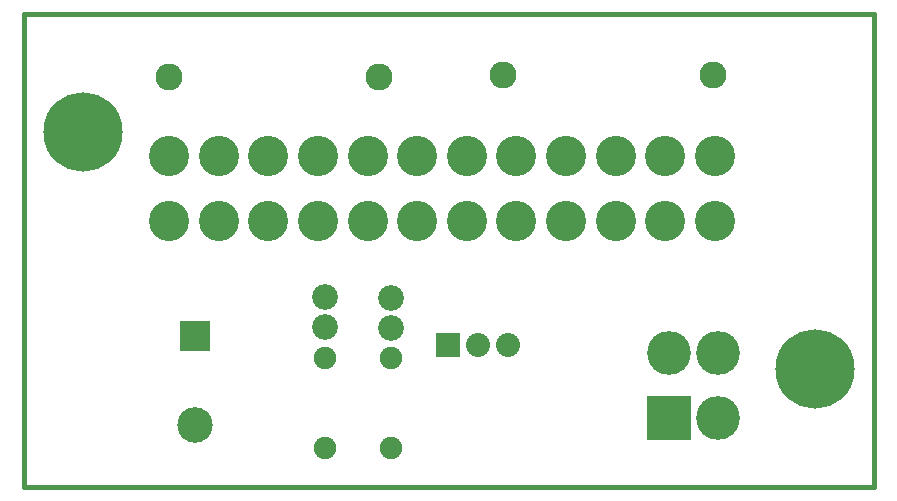
<source format=gts>
G04 (created by PCBNEW-RS274X (2012-apr-16-27)-stable) date Fri 15 Nov 2013 10:07:24 GMT*
G01*
G70*
G90*
%MOIN*%
G04 Gerber Fmt 3.4, Leading zero omitted, Abs format*
%FSLAX34Y34*%
G04 APERTURE LIST*
%ADD10C,0.006000*%
%ADD11C,0.015000*%
%ADD12R,0.080000X0.080000*%
%ADD13C,0.080000*%
%ADD14C,0.134100*%
%ADD15C,0.090000*%
%ADD16C,0.075000*%
%ADD17C,0.086000*%
%ADD18R,0.098700X0.098700*%
%ADD19C,0.118400*%
%ADD20C,0.264100*%
%ADD21R,0.146000X0.146000*%
%ADD22C,0.146000*%
G04 APERTURE END LIST*
G54D10*
G54D11*
X00394Y00748D02*
X28740Y00748D01*
X28347Y16496D02*
X28740Y16496D01*
X01181Y16496D02*
X00394Y16496D01*
X27953Y16496D02*
X28347Y16496D01*
X27953Y16496D02*
X27559Y16496D01*
X28740Y00749D02*
X28740Y16497D01*
X01181Y16496D02*
X27559Y16496D01*
X00394Y00747D02*
X00394Y16495D01*
G54D12*
X14552Y05472D03*
G54D13*
X15552Y05472D03*
X16552Y05472D03*
G54D14*
X23434Y09602D03*
X21781Y09602D03*
X20127Y09602D03*
X18474Y09602D03*
X16820Y09602D03*
X15167Y09602D03*
X13514Y09602D03*
X11861Y09602D03*
X10207Y09602D03*
X08554Y09602D03*
X06900Y09602D03*
X05246Y09602D03*
X23434Y11767D03*
X21781Y11767D03*
X20127Y11767D03*
X18474Y11767D03*
X16820Y11767D03*
X15167Y11767D03*
X13514Y11767D03*
X11861Y11767D03*
X10207Y11767D03*
X08554Y11767D03*
X06900Y11767D03*
X05246Y11767D03*
G54D15*
X05240Y14409D03*
X12240Y14409D03*
X23382Y14488D03*
X16382Y14488D03*
G54D16*
X12638Y05043D03*
X12638Y02043D03*
X10433Y05043D03*
X10433Y02043D03*
G54D17*
X12638Y07035D03*
X12638Y06035D03*
X10433Y07074D03*
X10433Y06074D03*
G54D18*
X06103Y05767D03*
G54D19*
X06103Y02815D03*
G54D20*
X02363Y12559D03*
X26772Y04685D03*
G54D21*
X21890Y03031D03*
G54D22*
X23544Y03031D03*
X21890Y05196D03*
X23544Y05196D03*
M02*

</source>
